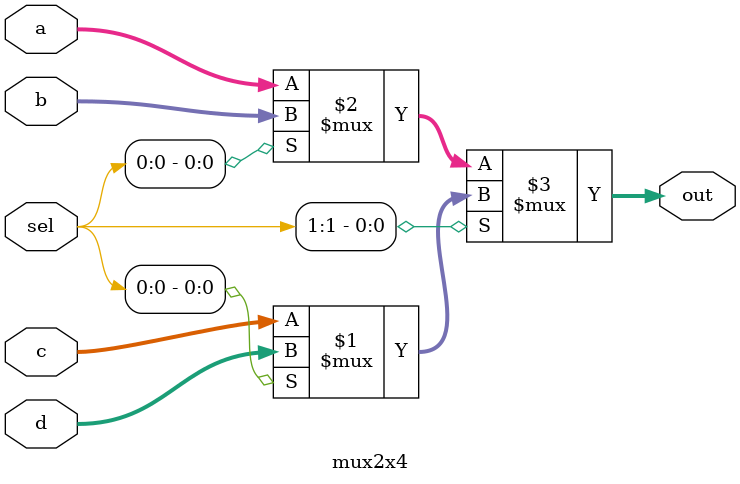
<source format=v>
`timescale 1ns / 1ps


module mux2x4 (output [31:0] out, input [31:0] a, input [31:0] b, input [31:0] c, input [31:0] d, input [1:0] sel);           
 
assign out = sel[1] ? (sel[0] ? d : c) : (sel[0] ? b : a);  
  
endmodule  

</source>
